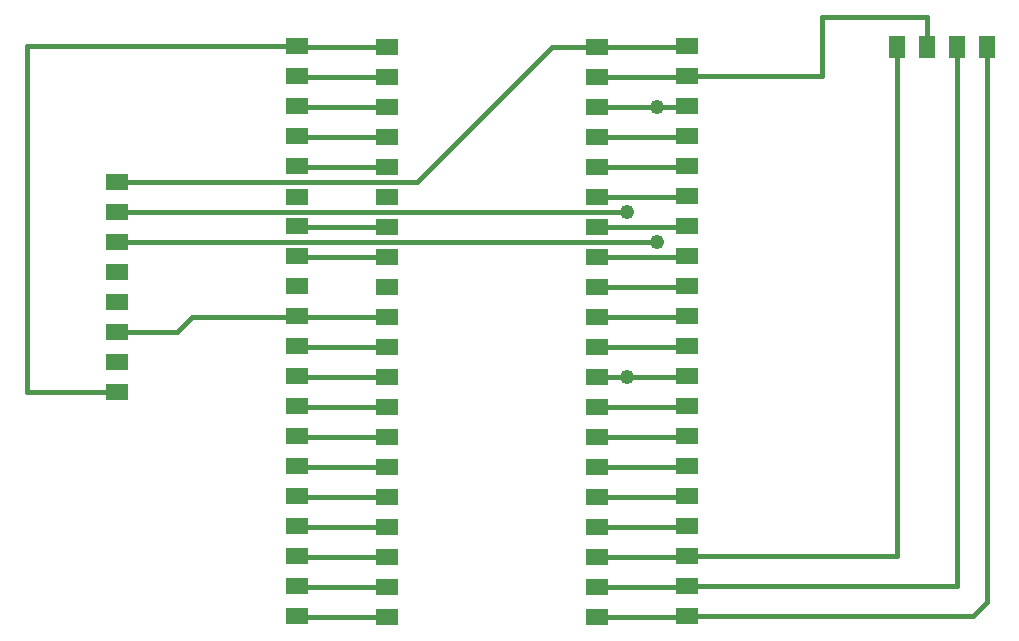
<source format=gbr>
G04 DesignSpark PCB Gerber Version 11.0 Build 5877*
%FSLAX35Y35*%
%MOIN*%
%ADD24R,0.05500X0.07500*%
%ADD13C,0.01500*%
%ADD22C,0.04800*%
%ADD23R,0.07500X0.05500*%
X0Y0D02*
D02*
D13*
X45250Y125250D02*
X65250D01*
X70250Y130250D01*
X104750D01*
X105250Y130750D01*
X45250Y175250D02*
X145250D01*
X190250Y220250D01*
X205250D01*
X105250Y220750D02*
X15250D01*
Y105250D01*
X45250D01*
X135250Y30250D02*
X105250D01*
Y30750D01*
X135250Y40250D02*
X105250D01*
Y40750D01*
X135250Y50250D02*
X105250D01*
Y50750D01*
X135250Y60250D02*
X105250D01*
Y60750D01*
X135250Y70250D02*
X105250D01*
Y70750D01*
X135250Y80250D02*
X105250D01*
Y80750D01*
X135250Y90250D02*
X105250D01*
Y90750D01*
X135250Y100250D02*
X105250D01*
Y100750D01*
X135250Y110250D02*
X105250D01*
Y110750D01*
X135250Y120250D02*
X105250D01*
Y120750D01*
X135250Y130250D02*
X105250D01*
Y130750D01*
X135250Y150250D02*
X105250D01*
Y150750D01*
X135250Y160250D02*
X105250D01*
Y160750D01*
X135250Y180250D02*
X105250D01*
Y180750D01*
X135250Y190250D02*
X105250D01*
Y190750D01*
X135250Y200250D02*
X105250D01*
Y200750D01*
X135250Y210250D02*
X105250D01*
Y210750D01*
X135250Y220250D02*
X105250D01*
Y220750D01*
X205250Y30250D02*
X235250D01*
Y30750D01*
X205250Y70250D02*
X235250D01*
Y70750D01*
X215250Y110250D02*
X205250D01*
X215250D02*
X235250D01*
Y110750D01*
X215250Y165250D02*
X45250D01*
X225250Y155250D02*
X45250D01*
X225250Y200250D02*
X205250D01*
X225250D02*
X235250D01*
Y200750D01*
Y30750D02*
X330750D01*
X335250Y35250D01*
Y220250D01*
X235250Y40750D02*
X325250D01*
Y220250D01*
X235250Y40750D02*
Y40250D01*
X205250D01*
X235250Y50750D02*
X305250D01*
Y220250D01*
X235250Y50750D02*
Y50250D01*
X205250D01*
X235250Y60750D02*
Y60250D01*
X205250D01*
X235250Y80750D02*
Y80250D01*
X205250D01*
X235250Y90750D02*
Y90250D01*
X205250D01*
X235250Y100750D02*
Y100250D01*
X205250D01*
X235250Y120750D02*
Y120250D01*
X205250D01*
X235250Y130750D02*
Y130250D01*
X205250D01*
X235250Y140750D02*
Y140250D01*
X205250D01*
X235250Y150750D02*
Y150250D01*
X205250D01*
X235250Y160750D02*
Y160250D01*
X205250D01*
X235250Y170750D02*
Y170250D01*
X205250D01*
X235250Y180750D02*
Y180250D01*
X205250D01*
X235250Y190750D02*
Y190250D01*
X205250D01*
X235250Y210750D02*
X280250D01*
Y230250D01*
X315250D01*
Y220250D01*
X235250Y210750D02*
Y210250D01*
X205250D01*
X235250Y220750D02*
Y220250D01*
X205250D01*
D02*
D22*
X215250Y110250D03*
Y165250D03*
X225250Y155250D03*
Y200250D03*
D02*
D23*
X45250Y105250D03*
Y115250D03*
Y125250D03*
Y135250D03*
Y145250D03*
Y155250D03*
Y165250D03*
Y175250D03*
X105250Y30750D03*
Y40750D03*
Y50750D03*
Y60750D03*
Y70750D03*
Y80750D03*
Y90750D03*
Y100750D03*
Y110750D03*
Y120750D03*
Y130750D03*
Y140750D03*
Y150750D03*
Y160750D03*
Y170250D03*
Y180750D03*
Y190750D03*
Y200750D03*
Y210750D03*
Y220750D03*
X135250Y30250D03*
Y40250D03*
Y50250D03*
Y60250D03*
Y70250D03*
Y80250D03*
Y90250D03*
Y100250D03*
Y110250D03*
Y120250D03*
Y130250D03*
Y140250D03*
Y150250D03*
Y160250D03*
Y170250D03*
Y180250D03*
Y190250D03*
Y200250D03*
Y210250D03*
Y220250D03*
X205250Y30250D03*
Y40250D03*
Y50250D03*
Y60250D03*
Y70250D03*
Y80250D03*
Y90250D03*
Y100250D03*
Y110250D03*
Y120250D03*
Y130250D03*
Y140250D03*
Y150250D03*
Y160250D03*
Y170250D03*
Y180250D03*
Y190250D03*
Y200250D03*
Y210250D03*
Y220250D03*
X235250Y30750D03*
Y40750D03*
Y50750D03*
Y60750D03*
Y70750D03*
Y80750D03*
Y90750D03*
Y100750D03*
Y110750D03*
Y120750D03*
Y130750D03*
Y140750D03*
Y150750D03*
Y160750D03*
Y170750D03*
Y180750D03*
Y190750D03*
Y200750D03*
Y210750D03*
Y220750D03*
D02*
D24*
X305250Y220250D03*
X315250D03*
X325250D03*
X335250D03*
X0Y0D02*
M02*

</source>
